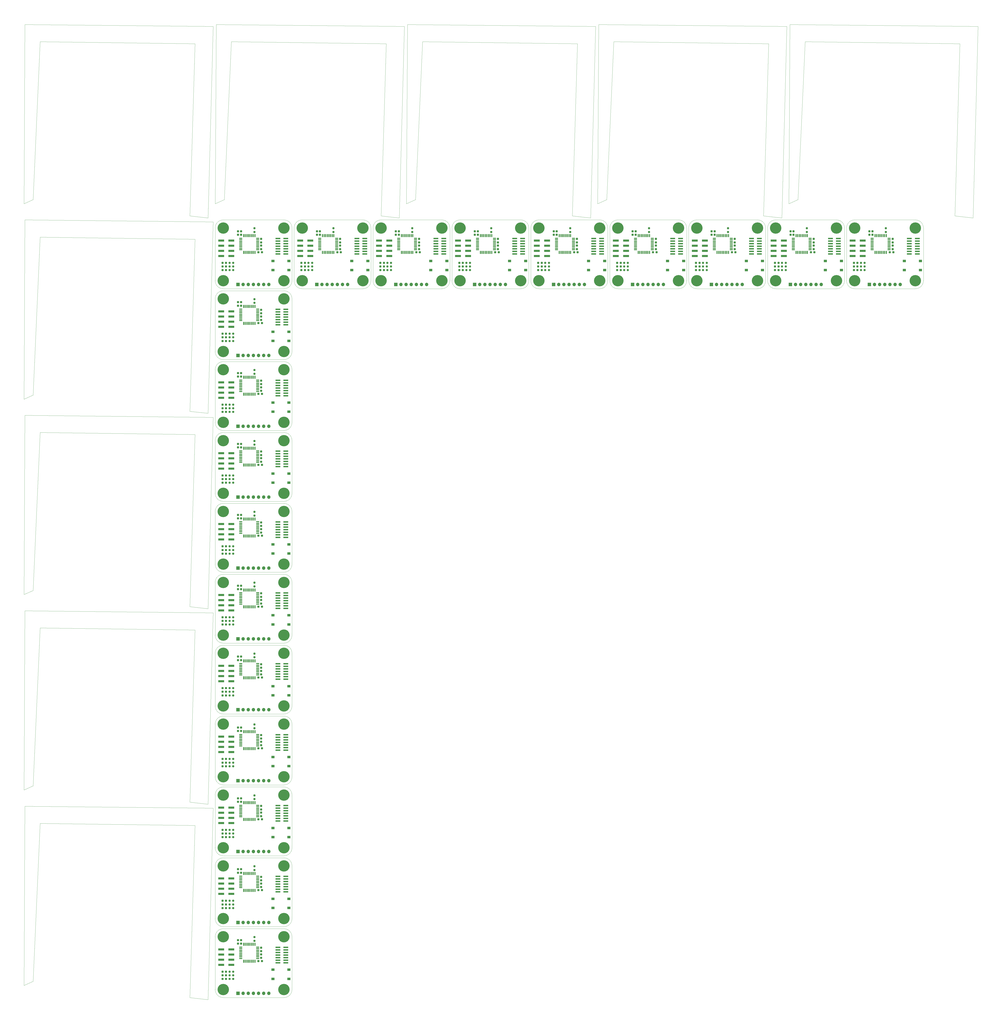
<source format=gbr>
%TF.GenerationSoftware,KiCad,Pcbnew,7.0.6-7.0.6~ubuntu20.04.1*%
%TF.CreationDate,2023-07-11T09:00:34+02:00*%
%TF.ProjectId,output_panel2023-07-11_070008.8206480000,6f757470-7574-45f7-9061-6e656c323032,rev?*%
%TF.SameCoordinates,Original*%
%TF.FileFunction,Soldermask,Top*%
%TF.FilePolarity,Negative*%
%FSLAX45Y45*%
G04 Gerber Fmt 4.5, Leading zero omitted, Abs format (unit mm)*
G04 Created by KiCad (PCBNEW 7.0.6-7.0.6~ubuntu20.04.1) date 2023-07-11 09:00:34*
%MOMM*%
%LPD*%
G01*
G04 APERTURE LIST*
G04 Aperture macros list*
%AMRoundRect*
0 Rectangle with rounded corners*
0 $1 Rounding radius*
0 $2 $3 $4 $5 $6 $7 $8 $9 X,Y pos of 4 corners*
0 Add a 4 corners polygon primitive as box body*
4,1,4,$2,$3,$4,$5,$6,$7,$8,$9,$2,$3,0*
0 Add four circle primitives for the rounded corners*
1,1,$1+$1,$2,$3*
1,1,$1+$1,$4,$5*
1,1,$1+$1,$6,$7*
1,1,$1+$1,$8,$9*
0 Add four rect primitives between the rounded corners*
20,1,$1+$1,$2,$3,$4,$5,0*
20,1,$1+$1,$4,$5,$6,$7,0*
20,1,$1+$1,$6,$7,$8,$9,0*
20,1,$1+$1,$8,$9,$2,$3,0*%
G04 Aperture macros list end*
%TA.AperFunction,Profile*%
%ADD10C,0.100000*%
%TD*%
%TA.AperFunction,Profile*%
%ADD11C,0.050000*%
%TD*%
%ADD12RoundRect,0.237500X0.287500X0.237500X-0.287500X0.237500X-0.287500X-0.237500X0.287500X-0.237500X0*%
%ADD13R,2.400000X0.740000*%
%ADD14RoundRect,0.237500X-0.250000X-0.237500X0.250000X-0.237500X0.250000X0.237500X-0.250000X0.237500X0*%
%ADD15C,5.600000*%
%ADD16R,1.700000X1.700000*%
%ADD17O,1.700000X1.700000*%
%ADD18RoundRect,0.125000X0.625000X0.125000X-0.625000X0.125000X-0.625000X-0.125000X0.625000X-0.125000X0*%
%ADD19RoundRect,0.125000X0.125000X0.625000X-0.125000X0.625000X-0.125000X-0.625000X0.125000X-0.625000X0*%
%ADD20RoundRect,0.237500X-0.300000X-0.237500X0.300000X-0.237500X0.300000X0.237500X-0.300000X0.237500X0*%
%ADD21RoundRect,0.237500X0.237500X-0.300000X0.237500X0.300000X-0.237500X0.300000X-0.237500X-0.300000X0*%
%ADD22R,1.550000X1.300000*%
%ADD23RoundRect,0.237500X0.237500X-0.250000X0.237500X0.250000X-0.237500X0.250000X-0.237500X-0.250000X0*%
%ADD24R,3.000000X1.000000*%
G04 APERTURE END LIST*
D10*
X36799979Y-12699691D02*
G75*
G03*
X37199982Y-13099691I400001J1D01*
G01*
X32799979Y-10099691D02*
G75*
G03*
X32399982Y-9699691I-399999J1D01*
G01*
D11*
X9149999Y-9599997D02*
X8249999Y-9499997D01*
D10*
X25099979Y-12699691D02*
G75*
G03*
X25499982Y-13099691I400001J1D01*
G01*
X41099982Y-9699692D02*
G75*
G03*
X40699982Y-10099691I-2J-399998D01*
G01*
X9899982Y-44699692D02*
G75*
G03*
X9499982Y-45099691I-2J-399998D01*
G01*
X41099982Y-9699691D02*
X44099982Y-9699691D01*
X13299979Y-10099691D02*
G75*
G03*
X12899982Y-9699691I-399999J1D01*
G01*
D11*
X17699981Y-9499997D02*
X17949981Y-999997D01*
X849999Y-20199380D02*
X499999Y-27999380D01*
D10*
X9899982Y-34199692D02*
G75*
G03*
X9499982Y-34599691I-2J-399998D01*
G01*
D11*
X49999Y-8899997D02*
X99999Y-49997D01*
D10*
X32799982Y-10099691D02*
X32799982Y-12699691D01*
X33299982Y-9699692D02*
G75*
G03*
X32899982Y-10099691I-2J-399998D01*
G01*
D11*
X8499999Y-39598762D02*
X849999Y-39498762D01*
D10*
X21199979Y-12699691D02*
G75*
G03*
X21599982Y-13099691I400001J1D01*
G01*
X9899982Y-13199692D02*
G75*
G03*
X9499982Y-13599691I-2J-399998D01*
G01*
X21599982Y-9699691D02*
X24599982Y-9699691D01*
X37199982Y-9699692D02*
G75*
G03*
X36799982Y-10099691I-2J-399998D01*
G01*
D11*
X19749963Y-899997D02*
X19399963Y-8699997D01*
D10*
X13299982Y-31099691D02*
X13299982Y-33699691D01*
X9899982Y-16699692D02*
G75*
G03*
X9499982Y-17099691I-2J-399998D01*
G01*
X9499982Y-26699691D02*
X9499982Y-24099691D01*
X13299982Y-34599691D02*
X13299982Y-37199691D01*
D11*
X8499999Y-10649688D02*
X849999Y-10549688D01*
X37849926Y-8899997D02*
X37899926Y-49997D01*
X49999Y-47498762D02*
X99999Y-38648762D01*
X27149963Y-9499997D02*
X27399963Y-999997D01*
X18949963Y-8899997D02*
X18999963Y-49997D01*
D10*
X9899982Y-9699692D02*
G75*
G03*
X9499982Y-10099691I-2J-399998D01*
G01*
X28899979Y-10099691D02*
G75*
G03*
X28499982Y-9699691I-399999J1D01*
G01*
X9499979Y-23199691D02*
G75*
G03*
X9899982Y-23599691I400001J1D01*
G01*
D11*
X18849981Y-149997D02*
X18599981Y-9599997D01*
D10*
X17199982Y-10099691D02*
X17199982Y-12699691D01*
D11*
X8249999Y-19149688D02*
X8499999Y-10649688D01*
X9949981Y-8699997D02*
X9499981Y-8899997D01*
X9149999Y-48198762D02*
X8249999Y-48098762D01*
D10*
X17299982Y-12699691D02*
X17299982Y-10099691D01*
X13299982Y-24099691D02*
X13299982Y-26699691D01*
D11*
X47199926Y-149997D02*
X46949926Y-9599997D01*
X9399999Y-149997D02*
X9149999Y-9599997D01*
D10*
X20699982Y-13099691D02*
X17699982Y-13099691D01*
X28499982Y-13099692D02*
G75*
G03*
X28899982Y-12699691I-2J400002D01*
G01*
X12899982Y-16599692D02*
G75*
G03*
X13299982Y-16199691I-2J400002D01*
G01*
X13399979Y-12699691D02*
G75*
G03*
X13799982Y-13099691I400001J1D01*
G01*
X9899982Y-34199691D02*
X12899982Y-34199691D01*
D11*
X8499999Y-20299380D02*
X849999Y-20199380D01*
D10*
X32399982Y-13099691D02*
X29399982Y-13099691D01*
X21599982Y-9699692D02*
G75*
G03*
X21199982Y-10099691I-2J-399998D01*
G01*
D11*
X849999Y-29849071D02*
X499999Y-37649071D01*
D10*
X40699979Y-12699691D02*
G75*
G03*
X41099982Y-13099691I400001J1D01*
G01*
X13299979Y-31099691D02*
G75*
G03*
X12899982Y-30699691I-399999J1D01*
G01*
D11*
X499999Y-8699997D02*
X49999Y-8899997D01*
X49999Y-28199380D02*
X99999Y-19349380D01*
D10*
X25499982Y-9699692D02*
G75*
G03*
X25099982Y-10099691I-2J-399998D01*
G01*
X9499979Y-26699691D02*
G75*
G03*
X9899982Y-27099691I400001J1D01*
G01*
D11*
X499999Y-47298762D02*
X49999Y-47498762D01*
X28849944Y-8699997D02*
X28399944Y-8899997D01*
D10*
X12899982Y-13099692D02*
G75*
G03*
X13299982Y-12699691I-2J400002D01*
G01*
X33299982Y-9699691D02*
X36299982Y-9699691D01*
X16799982Y-13099691D02*
X13799982Y-13099691D01*
X12899982Y-30599692D02*
G75*
G03*
X13299982Y-30199691I-2J400002D01*
G01*
X16799982Y-13099692D02*
G75*
G03*
X17199982Y-12699691I-2J400002D01*
G01*
X12899982Y-27099691D02*
X9899982Y-27099691D01*
X24999979Y-10099691D02*
G75*
G03*
X24599982Y-9699691I-399999J1D01*
G01*
D11*
X499999Y-27999380D02*
X49999Y-28199380D01*
D10*
X12899982Y-23599692D02*
G75*
G03*
X13299982Y-23199691I-2J400002D01*
G01*
D11*
X99999Y-9699688D02*
X9399999Y-9799688D01*
X8499999Y-999997D02*
X849999Y-899997D01*
D10*
X9899982Y-30699692D02*
G75*
G03*
X9499982Y-31099691I-2J-399998D01*
G01*
X9499979Y-30199691D02*
G75*
G03*
X9899982Y-30599691I400001J1D01*
G01*
X9499982Y-47699691D02*
X9499982Y-45099691D01*
D11*
X28049963Y-9599997D02*
X27149963Y-9499997D01*
X9499981Y-8899997D02*
X9549981Y-49997D01*
D10*
X13299979Y-27599691D02*
G75*
G03*
X12899982Y-27199691I-399999J1D01*
G01*
X36699982Y-10099691D02*
X36699982Y-12699691D01*
X9899982Y-23699691D02*
X12899982Y-23699691D01*
X9899982Y-16699691D02*
X12899982Y-16699691D01*
D11*
X849999Y-39498762D02*
X499999Y-47298762D01*
D10*
X13299982Y-41599691D02*
X13299982Y-44199691D01*
X9499979Y-40699691D02*
G75*
G03*
X9899982Y-41099691I400001J1D01*
G01*
X28999982Y-12699691D02*
X28999982Y-10099691D01*
D11*
X29199944Y-899997D02*
X28849944Y-8699997D01*
X8249999Y-28799380D02*
X8499999Y-20299380D01*
D10*
X13299982Y-27599691D02*
X13299982Y-30199691D01*
X44099982Y-13099692D02*
G75*
G03*
X44499982Y-12699691I-2J400002D01*
G01*
D11*
X9399999Y-19449380D02*
X9149999Y-28899380D01*
X9399999Y-9799688D02*
X9149999Y-19249688D01*
D10*
X17199979Y-10099691D02*
G75*
G03*
X16799982Y-9699691I-399999J1D01*
G01*
X9499982Y-16199691D02*
X9499982Y-13599691D01*
X24999982Y-10099691D02*
X24999982Y-12699691D01*
X9499979Y-19699691D02*
G75*
G03*
X9899982Y-20099691I400001J1D01*
G01*
X9499979Y-33699691D02*
G75*
G03*
X9899982Y-34099691I400001J1D01*
G01*
X12899982Y-41099692D02*
G75*
G03*
X13299982Y-40699691I-2J400002D01*
G01*
X37199982Y-9699691D02*
X40199982Y-9699691D01*
D11*
X19399963Y-8699997D02*
X18949963Y-8899997D01*
D10*
X13299979Y-45099691D02*
G75*
G03*
X12899982Y-44699691I-399999J1D01*
G01*
X13299982Y-20599691D02*
X13299982Y-23199691D01*
D11*
X8249999Y-9499997D02*
X8499999Y-999997D01*
D10*
X9499982Y-40699691D02*
X9499982Y-38099691D01*
X9499982Y-44199691D02*
X9499982Y-41599691D01*
X13299979Y-17099691D02*
G75*
G03*
X12899982Y-16699691I-399999J1D01*
G01*
D11*
X99999Y-38648762D02*
X9399999Y-38748762D01*
D10*
X13299982Y-17099691D02*
X13299982Y-19699691D01*
X40199982Y-13099692D02*
G75*
G03*
X40599982Y-12699691I-2J400002D01*
G01*
X13299979Y-38099691D02*
G75*
G03*
X12899982Y-37699691I-399999J1D01*
G01*
X13299979Y-41599691D02*
G75*
G03*
X12899982Y-41199691I-399999J1D01*
G01*
X44099982Y-13099691D02*
X41099982Y-13099691D01*
X40699982Y-12699691D02*
X40699982Y-10099691D01*
X24599982Y-13099692D02*
G75*
G03*
X24999982Y-12699691I-2J400002D01*
G01*
D11*
X28299963Y-149997D02*
X28049963Y-9599997D01*
X49999Y-18549688D02*
X99999Y-9699688D01*
X9399999Y-29099071D02*
X9149999Y-38549071D01*
D10*
X36699979Y-10099691D02*
G75*
G03*
X36299982Y-9699691I-399999J1D01*
G01*
D11*
X849999Y-899997D02*
X499999Y-8699997D01*
D10*
X13299982Y-45099691D02*
X13299982Y-47699691D01*
X12899982Y-48099692D02*
G75*
G03*
X13299982Y-47699691I-2J400002D01*
G01*
X9499979Y-44199691D02*
G75*
G03*
X9899982Y-44599691I400001J1D01*
G01*
X28899982Y-10099691D02*
X28899982Y-12699691D01*
X13299982Y-38099691D02*
X13299982Y-40699691D01*
D11*
X28399944Y-8899997D02*
X28449944Y-49997D01*
D10*
X9899982Y-44699691D02*
X12899982Y-44699691D01*
D11*
X36849944Y-999997D02*
X29199944Y-899997D01*
D10*
X44499979Y-10099691D02*
G75*
G03*
X44099982Y-9699691I-399999J1D01*
G01*
X21099982Y-10099691D02*
X21099982Y-12699691D01*
D11*
X18599981Y-9599997D02*
X17699981Y-9499997D01*
D10*
X9499982Y-37199691D02*
X9499982Y-34599691D01*
X25499982Y-9699691D02*
X28499982Y-9699691D01*
X9899982Y-20199691D02*
X12899982Y-20199691D01*
X9499979Y-37199691D02*
G75*
G03*
X9899982Y-37599691I400001J1D01*
G01*
D11*
X46049926Y-9499997D02*
X46299926Y-999997D01*
X37499944Y-9599997D02*
X36599944Y-9499997D01*
D10*
X9899982Y-37699691D02*
X12899982Y-37699691D01*
X13299979Y-34599691D02*
G75*
G03*
X12899982Y-34199691I-399999J1D01*
G01*
X29399982Y-9699692D02*
G75*
G03*
X28999982Y-10099691I-2J-399998D01*
G01*
X28499982Y-13099691D02*
X25499982Y-13099691D01*
X20699982Y-13099692D02*
G75*
G03*
X21099982Y-12699691I-2J400002D01*
G01*
X12899982Y-37599691D02*
X9899982Y-37599691D01*
X12899982Y-16599691D02*
X9899982Y-16599691D01*
X13399982Y-12699691D02*
X13399982Y-10099691D01*
D11*
X18999963Y-49997D02*
X28299963Y-149997D01*
X8499999Y-29949071D02*
X849999Y-29849071D01*
D10*
X9499979Y-47699691D02*
G75*
G03*
X9899982Y-48099691I400001J1D01*
G01*
X9499979Y-16199691D02*
G75*
G03*
X9899982Y-16599691I400001J1D01*
G01*
D11*
X499999Y-37649071D02*
X49999Y-37849071D01*
D10*
X32899982Y-12699691D02*
X32899982Y-10099691D01*
D11*
X28449944Y-49997D02*
X37749944Y-149997D01*
X8249999Y-38449071D02*
X8499999Y-29949071D01*
D10*
X9499979Y-12699691D02*
G75*
G03*
X9899982Y-13099691I400001J1D01*
G01*
D11*
X9149999Y-19249688D02*
X8249999Y-19149688D01*
D10*
X9899982Y-41199692D02*
G75*
G03*
X9499982Y-41599691I-2J-399998D01*
G01*
X13299982Y-10099691D02*
X13299982Y-12699691D01*
X24599982Y-13099691D02*
X21599982Y-13099691D01*
D11*
X9399999Y-38748762D02*
X9149999Y-48198762D01*
X37749944Y-149997D02*
X37499944Y-9599997D01*
D10*
X9499982Y-23199691D02*
X9499982Y-20599691D01*
D11*
X46299926Y-999997D02*
X38649926Y-899997D01*
X38299926Y-8699997D02*
X37849926Y-8899997D01*
D10*
X9499982Y-19699691D02*
X9499982Y-17099691D01*
X12899982Y-41099691D02*
X9899982Y-41099691D01*
X9499982Y-30199691D02*
X9499982Y-27599691D01*
D11*
X99999Y-19349380D02*
X9399999Y-19449380D01*
D10*
X13299979Y-24099691D02*
G75*
G03*
X12899982Y-23699691I-399999J1D01*
G01*
D11*
X499999Y-18349688D02*
X49999Y-18549688D01*
X849999Y-10549688D02*
X499999Y-18349688D01*
D10*
X9899982Y-20199692D02*
G75*
G03*
X9499982Y-20599691I-2J-399998D01*
G01*
X36299982Y-13099691D02*
X33299982Y-13099691D01*
X40599982Y-10099691D02*
X40599982Y-12699691D01*
D11*
X10299981Y-899997D02*
X9949981Y-8699997D01*
D10*
X28999979Y-12699691D02*
G75*
G03*
X29399982Y-13099691I400001J1D01*
G01*
X9899982Y-9699691D02*
X12899982Y-9699691D01*
X17699982Y-9699691D02*
X20699982Y-9699691D01*
X17699982Y-9699692D02*
G75*
G03*
X17299982Y-10099691I-2J-399998D01*
G01*
X13799982Y-9699691D02*
X16799982Y-9699691D01*
X12899982Y-44599691D02*
X9899982Y-44599691D01*
D11*
X9149999Y-38549071D02*
X8249999Y-38449071D01*
D10*
X12899982Y-27099692D02*
G75*
G03*
X13299982Y-26699691I-2J400002D01*
G01*
X13299979Y-13599691D02*
G75*
G03*
X12899982Y-13199691I-399999J1D01*
G01*
D11*
X49999Y-37849071D02*
X99999Y-28999071D01*
X27399963Y-999997D02*
X19749963Y-899997D01*
D10*
X9899982Y-41199691D02*
X12899982Y-41199691D01*
X12899982Y-34099692D02*
G75*
G03*
X13299982Y-33699691I-2J400002D01*
G01*
D11*
X99999Y-49997D02*
X9399999Y-149997D01*
D10*
X9899982Y-27199692D02*
G75*
G03*
X9499982Y-27599691I-2J-399998D01*
G01*
X12899982Y-23599691D02*
X9899982Y-23599691D01*
X40599979Y-10099691D02*
G75*
G03*
X40199982Y-9699691I-399999J1D01*
G01*
D11*
X17949981Y-999997D02*
X10299981Y-899997D01*
D10*
X9899982Y-13199691D02*
X12899982Y-13199691D01*
X9899982Y-30699691D02*
X12899982Y-30699691D01*
X12899982Y-30599691D02*
X9899982Y-30599691D01*
D11*
X99999Y-28999071D02*
X9399999Y-29099071D01*
D10*
X12899982Y-13099691D02*
X9899982Y-13099691D01*
D11*
X9149999Y-28899380D02*
X8249999Y-28799380D01*
X38649926Y-899997D02*
X38299926Y-8699997D01*
D10*
X9899982Y-23699692D02*
G75*
G03*
X9499982Y-24099691I-2J-399998D01*
G01*
X21099979Y-10099691D02*
G75*
G03*
X20699982Y-9699691I-399999J1D01*
G01*
X36799982Y-12699691D02*
X36799982Y-10099691D01*
X13799982Y-9699692D02*
G75*
G03*
X13399982Y-10099691I-2J-399998D01*
G01*
X9899982Y-37699692D02*
G75*
G03*
X9499982Y-38099691I-2J-399998D01*
G01*
X12899982Y-44599692D02*
G75*
G03*
X13299982Y-44199691I-2J400002D01*
G01*
X29399982Y-9699691D02*
X32399982Y-9699691D01*
X17299979Y-12699691D02*
G75*
G03*
X17699982Y-13099691I400001J1D01*
G01*
D11*
X46949926Y-9599997D02*
X46049926Y-9499997D01*
D10*
X12899982Y-20099691D02*
X9899982Y-20099691D01*
X9899982Y-27199691D02*
X12899982Y-27199691D01*
X12899982Y-20099692D02*
G75*
G03*
X13299982Y-19699691I-2J400002D01*
G01*
X9499982Y-12699691D02*
X9499982Y-10099691D01*
X12899982Y-34099691D02*
X9899982Y-34099691D01*
X25099982Y-12699691D02*
X25099982Y-10099691D01*
X21199982Y-12699691D02*
X21199982Y-10099691D01*
X13299979Y-20599691D02*
G75*
G03*
X12899982Y-20199691I-399999J1D01*
G01*
D11*
X36599944Y-9499997D02*
X36849944Y-999997D01*
X9549981Y-49997D02*
X18849981Y-149997D01*
D10*
X12899982Y-48099691D02*
X9899982Y-48099691D01*
X9499982Y-33699691D02*
X9499982Y-31099691D01*
D11*
X8249999Y-48098762D02*
X8499999Y-39598762D01*
D10*
X44499982Y-10099691D02*
X44499982Y-12699691D01*
X36299982Y-13099692D02*
G75*
G03*
X36699982Y-12699691I-2J400002D01*
G01*
X32399982Y-13099692D02*
G75*
G03*
X32799982Y-12699691I-2J400002D01*
G01*
X12899982Y-37599692D02*
G75*
G03*
X13299982Y-37199691I-2J400002D01*
G01*
X32899979Y-12699691D02*
G75*
G03*
X33299982Y-13099691I400001J1D01*
G01*
D11*
X37899926Y-49997D02*
X47199926Y-149997D01*
D10*
X13299982Y-13599691D02*
X13299982Y-16199691D01*
X40199982Y-13099691D02*
X37199982Y-13099691D01*
D12*
X17839357Y-11819691D03*
X17664357Y-11819691D03*
D13*
X12994982Y-18380691D03*
X12604982Y-18380691D03*
X12994982Y-18253691D03*
X12604982Y-18253691D03*
X12994982Y-18126691D03*
X12604982Y-18126691D03*
X12994982Y-17999691D03*
X12604982Y-17999691D03*
X12994982Y-17872691D03*
X12604982Y-17872691D03*
X12994982Y-17745691D03*
X12604982Y-17745691D03*
X12994982Y-17618691D03*
X12604982Y-17618691D03*
D14*
X10210607Y-29679691D03*
X10393107Y-29679691D03*
D15*
X9899982Y-24099691D03*
D16*
X34024982Y-12889691D03*
D17*
X34278982Y-12889691D03*
X34532982Y-12889691D03*
X34786982Y-12889691D03*
X35040982Y-12889691D03*
X35294982Y-12889691D03*
X35548982Y-12889691D03*
D18*
X11602482Y-25169691D03*
X11602482Y-25089691D03*
X11602482Y-25009691D03*
X11602482Y-24929691D03*
X11602482Y-24849691D03*
X11602482Y-24769691D03*
X11602482Y-24689691D03*
X11602482Y-24609691D03*
D19*
X11464982Y-24472191D03*
X11384982Y-24472191D03*
X11304982Y-24472191D03*
X11224982Y-24472191D03*
X11144982Y-24472191D03*
X11064982Y-24472191D03*
X10984982Y-24472191D03*
X10904982Y-24472191D03*
D18*
X10767482Y-24609691D03*
X10767482Y-24689691D03*
X10767482Y-24769691D03*
X10767482Y-24849691D03*
X10767482Y-24929691D03*
X10767482Y-25009691D03*
X10767482Y-25089691D03*
X10767482Y-25169691D03*
D19*
X10904982Y-25307191D03*
X10984982Y-25307191D03*
X11064982Y-25307191D03*
X11144982Y-25307191D03*
X11224982Y-25307191D03*
X11304982Y-25307191D03*
X11384982Y-25307191D03*
X11464982Y-25307191D03*
D12*
X10039357Y-46999691D03*
X9864357Y-46999691D03*
D20*
X31138982Y-11293691D03*
X31311482Y-11293691D03*
D21*
X26379982Y-10435941D03*
X26379982Y-10263441D03*
D12*
X21739357Y-11999691D03*
X21564357Y-11999691D03*
D14*
X10210607Y-18819691D03*
X10393107Y-18819691D03*
D21*
X10629982Y-24435941D03*
X10629982Y-24263441D03*
D15*
X9899982Y-20599691D03*
D14*
X10210607Y-36679691D03*
X10393107Y-36679691D03*
D21*
X23475982Y-11141191D03*
X23475982Y-10968691D03*
D18*
X15502482Y-11169691D03*
X15502482Y-11089691D03*
X15502482Y-11009691D03*
X15502482Y-10929691D03*
X15502482Y-10849691D03*
X15502482Y-10769691D03*
X15502482Y-10689691D03*
X15502482Y-10609691D03*
D19*
X15364982Y-10472191D03*
X15284982Y-10472191D03*
X15204982Y-10472191D03*
X15124982Y-10472191D03*
X15044982Y-10472191D03*
X14964982Y-10472191D03*
X14884982Y-10472191D03*
X14804982Y-10472191D03*
D18*
X14667482Y-10609691D03*
X14667482Y-10689691D03*
X14667482Y-10769691D03*
X14667482Y-10849691D03*
X14667482Y-10929691D03*
X14667482Y-11009691D03*
X14667482Y-11089691D03*
X14667482Y-11169691D03*
D19*
X14804982Y-11307191D03*
X14884982Y-11307191D03*
X14964982Y-11307191D03*
X15044982Y-11307191D03*
X15124982Y-11307191D03*
X15204982Y-11307191D03*
X15284982Y-11307191D03*
X15364982Y-11307191D03*
D15*
X41099982Y-10099691D03*
D12*
X13939357Y-12179691D03*
X13764357Y-12179691D03*
D22*
X13147482Y-19174691D03*
X12352482Y-19174691D03*
X13147482Y-18724691D03*
X12352482Y-18724691D03*
D15*
X9899982Y-40699691D03*
X36299982Y-10099691D03*
X12899982Y-41599691D03*
D22*
X13147482Y-12174691D03*
X12352482Y-12174691D03*
X13147482Y-11724691D03*
X12352482Y-11724691D03*
D13*
X12994982Y-46380691D03*
X12604982Y-46380691D03*
X12994982Y-46253691D03*
X12604982Y-46253691D03*
X12994982Y-46126691D03*
X12604982Y-46126691D03*
X12994982Y-45999691D03*
X12604982Y-45999691D03*
X12994982Y-45872691D03*
X12604982Y-45872691D03*
X12994982Y-45745691D03*
X12604982Y-45745691D03*
X12994982Y-45618691D03*
X12604982Y-45618691D03*
D12*
X10039357Y-15679691D03*
X9864357Y-15679691D03*
D21*
X10779982Y-10435941D03*
X10779982Y-10263441D03*
D15*
X9899982Y-19699691D03*
D21*
X35175982Y-10810941D03*
X35175982Y-10638441D03*
D15*
X20699982Y-10099691D03*
D23*
X34841982Y-10297941D03*
X34841982Y-10115441D03*
D15*
X12899982Y-26699691D03*
D20*
X11638982Y-14793691D03*
X11811482Y-14793691D03*
D21*
X11775982Y-38810941D03*
X11775982Y-38638441D03*
D14*
X41410607Y-11819691D03*
X41593107Y-11819691D03*
D21*
X11775982Y-31810941D03*
X11775982Y-31638441D03*
D22*
X13147482Y-43674691D03*
X12352482Y-43674691D03*
X13147482Y-43224691D03*
X12352482Y-43224691D03*
D21*
X10629982Y-20935941D03*
X10629982Y-20763441D03*
X23475982Y-10810941D03*
X23475982Y-10638441D03*
D12*
X25639357Y-11999691D03*
X25464357Y-11999691D03*
X33439357Y-11819691D03*
X33264357Y-11819691D03*
X10039357Y-15499691D03*
X9864357Y-15499691D03*
D14*
X10210607Y-15319691D03*
X10393107Y-15319691D03*
D21*
X11775982Y-14641191D03*
X11775982Y-14468691D03*
D15*
X12899982Y-13599691D03*
D21*
X10779982Y-41935941D03*
X10779982Y-41763441D03*
D12*
X10039357Y-36499691D03*
X9864357Y-36499691D03*
D18*
X11602482Y-39169691D03*
X11602482Y-39089691D03*
X11602482Y-39009691D03*
X11602482Y-38929691D03*
X11602482Y-38849691D03*
X11602482Y-38769691D03*
X11602482Y-38689691D03*
X11602482Y-38609691D03*
D19*
X11464982Y-38472191D03*
X11384982Y-38472191D03*
X11304982Y-38472191D03*
X11224982Y-38472191D03*
X11144982Y-38472191D03*
X11064982Y-38472191D03*
X10984982Y-38472191D03*
X10904982Y-38472191D03*
D18*
X10767482Y-38609691D03*
X10767482Y-38689691D03*
X10767482Y-38769691D03*
X10767482Y-38849691D03*
X10767482Y-38929691D03*
X10767482Y-39009691D03*
X10767482Y-39089691D03*
X10767482Y-39169691D03*
D19*
X10904982Y-39307191D03*
X10984982Y-39307191D03*
X11064982Y-39307191D03*
X11144982Y-39307191D03*
X11224982Y-39307191D03*
X11304982Y-39307191D03*
X11384982Y-39307191D03*
X11464982Y-39307191D03*
D14*
X14110607Y-11999691D03*
X14293107Y-11999691D03*
D21*
X11775982Y-35310941D03*
X11775982Y-35138441D03*
D12*
X29539357Y-12179691D03*
X29364357Y-12179691D03*
D14*
X10210607Y-18999691D03*
X10393107Y-18999691D03*
D24*
X9797982Y-18480691D03*
X10301982Y-18480691D03*
X9797982Y-18226691D03*
X10301982Y-18226691D03*
X9797982Y-17972691D03*
X10301982Y-17972691D03*
X9797982Y-17718691D03*
X10301982Y-17718691D03*
D14*
X33610607Y-11999691D03*
X33793107Y-11999691D03*
D15*
X20699982Y-12699691D03*
D12*
X10039357Y-22319691D03*
X9864357Y-22319691D03*
D18*
X11602482Y-32169691D03*
X11602482Y-32089691D03*
X11602482Y-32009691D03*
X11602482Y-31929691D03*
X11602482Y-31849691D03*
X11602482Y-31769691D03*
X11602482Y-31689691D03*
X11602482Y-31609691D03*
D19*
X11464982Y-31472191D03*
X11384982Y-31472191D03*
X11304982Y-31472191D03*
X11224982Y-31472191D03*
X11144982Y-31472191D03*
X11064982Y-31472191D03*
X10984982Y-31472191D03*
X10904982Y-31472191D03*
D18*
X10767482Y-31609691D03*
X10767482Y-31689691D03*
X10767482Y-31769691D03*
X10767482Y-31849691D03*
X10767482Y-31929691D03*
X10767482Y-32009691D03*
X10767482Y-32089691D03*
X10767482Y-32169691D03*
D19*
X10904982Y-32307191D03*
X10984982Y-32307191D03*
X11064982Y-32307191D03*
X11144982Y-32307191D03*
X11224982Y-32307191D03*
X11304982Y-32307191D03*
X11384982Y-32307191D03*
X11464982Y-32307191D03*
D22*
X40447482Y-12174691D03*
X39652482Y-12174691D03*
X40447482Y-11724691D03*
X39652482Y-11724691D03*
D24*
X13697982Y-11480691D03*
X14201982Y-11480691D03*
X13697982Y-11226691D03*
X14201982Y-11226691D03*
X13697982Y-10972691D03*
X14201982Y-10972691D03*
X13697982Y-10718691D03*
X14201982Y-10718691D03*
D20*
X15538982Y-11293691D03*
X15711482Y-11293691D03*
D12*
X10039357Y-29679691D03*
X9864357Y-29679691D03*
D14*
X21910607Y-11819691D03*
X22093107Y-11819691D03*
D15*
X24599982Y-12699691D03*
D21*
X10779982Y-17435941D03*
X10779982Y-17263441D03*
D18*
X11602482Y-21669691D03*
X11602482Y-21589691D03*
X11602482Y-21509691D03*
X11602482Y-21429691D03*
X11602482Y-21349691D03*
X11602482Y-21269691D03*
X11602482Y-21189691D03*
X11602482Y-21109691D03*
D19*
X11464982Y-20972191D03*
X11384982Y-20972191D03*
X11304982Y-20972191D03*
X11224982Y-20972191D03*
X11144982Y-20972191D03*
X11064982Y-20972191D03*
X10984982Y-20972191D03*
X10904982Y-20972191D03*
D18*
X10767482Y-21109691D03*
X10767482Y-21189691D03*
X10767482Y-21269691D03*
X10767482Y-21349691D03*
X10767482Y-21429691D03*
X10767482Y-21509691D03*
X10767482Y-21589691D03*
X10767482Y-21669691D03*
D19*
X10904982Y-21807191D03*
X10984982Y-21807191D03*
X11064982Y-21807191D03*
X11144982Y-21807191D03*
X11224982Y-21807191D03*
X11304982Y-21807191D03*
X11384982Y-21807191D03*
X11464982Y-21807191D03*
D18*
X27202482Y-11169691D03*
X27202482Y-11089691D03*
X27202482Y-11009691D03*
X27202482Y-10929691D03*
X27202482Y-10849691D03*
X27202482Y-10769691D03*
X27202482Y-10689691D03*
X27202482Y-10609691D03*
D19*
X27064982Y-10472191D03*
X26984982Y-10472191D03*
X26904982Y-10472191D03*
X26824982Y-10472191D03*
X26744982Y-10472191D03*
X26664982Y-10472191D03*
X26584982Y-10472191D03*
X26504982Y-10472191D03*
D18*
X26367482Y-10609691D03*
X26367482Y-10689691D03*
X26367482Y-10769691D03*
X26367482Y-10849691D03*
X26367482Y-10929691D03*
X26367482Y-11009691D03*
X26367482Y-11089691D03*
X26367482Y-11169691D03*
D19*
X26504982Y-11307191D03*
X26584982Y-11307191D03*
X26664982Y-11307191D03*
X26744982Y-11307191D03*
X26824982Y-11307191D03*
X26904982Y-11307191D03*
X26984982Y-11307191D03*
X27064982Y-11307191D03*
D12*
X10039357Y-39819691D03*
X9864357Y-39819691D03*
X33439357Y-11999691D03*
X33264357Y-11999691D03*
D18*
X19402482Y-11169691D03*
X19402482Y-11089691D03*
X19402482Y-11009691D03*
X19402482Y-10929691D03*
X19402482Y-10849691D03*
X19402482Y-10769691D03*
X19402482Y-10689691D03*
X19402482Y-10609691D03*
D19*
X19264982Y-10472191D03*
X19184982Y-10472191D03*
X19104982Y-10472191D03*
X19024982Y-10472191D03*
X18944982Y-10472191D03*
X18864982Y-10472191D03*
X18784982Y-10472191D03*
X18704982Y-10472191D03*
D18*
X18567482Y-10609691D03*
X18567482Y-10689691D03*
X18567482Y-10769691D03*
X18567482Y-10849691D03*
X18567482Y-10929691D03*
X18567482Y-11009691D03*
X18567482Y-11089691D03*
X18567482Y-11169691D03*
D19*
X18704982Y-11307191D03*
X18784982Y-11307191D03*
X18864982Y-11307191D03*
X18944982Y-11307191D03*
X19024982Y-11307191D03*
X19104982Y-11307191D03*
X19184982Y-11307191D03*
X19264982Y-11307191D03*
D15*
X17699982Y-10099691D03*
D21*
X11775982Y-11141191D03*
X11775982Y-10968691D03*
D13*
X12994982Y-11380691D03*
X12604982Y-11380691D03*
X12994982Y-11253691D03*
X12604982Y-11253691D03*
X12994982Y-11126691D03*
X12604982Y-11126691D03*
X12994982Y-10999691D03*
X12604982Y-10999691D03*
X12994982Y-10872691D03*
X12604982Y-10872691D03*
X12994982Y-10745691D03*
X12604982Y-10745691D03*
X12994982Y-10618691D03*
X12604982Y-10618691D03*
D15*
X13799982Y-10099691D03*
D21*
X11775982Y-45810941D03*
X11775982Y-45638441D03*
D15*
X12899982Y-19699691D03*
D14*
X10210607Y-26179691D03*
X10393107Y-26179691D03*
D22*
X28747482Y-12174691D03*
X27952482Y-12174691D03*
X28747482Y-11724691D03*
X27952482Y-11724691D03*
D15*
X17699982Y-12699691D03*
D21*
X39075982Y-11141191D03*
X39075982Y-10968691D03*
X14679982Y-10435941D03*
X14679982Y-10263441D03*
D15*
X25499982Y-10099691D03*
D14*
X18010607Y-11819691D03*
X18193107Y-11819691D03*
D16*
X14524982Y-12889691D03*
D17*
X14778982Y-12889691D03*
X15032982Y-12889691D03*
X15286982Y-12889691D03*
X15540982Y-12889691D03*
X15794982Y-12889691D03*
X16048982Y-12889691D03*
D23*
X11441982Y-27797941D03*
X11441982Y-27615441D03*
D15*
X28499982Y-10099691D03*
X40199982Y-10099691D03*
D21*
X30129982Y-10435941D03*
X30129982Y-10263441D03*
D15*
X9899982Y-23199691D03*
D21*
X22329982Y-10435941D03*
X22329982Y-10263441D03*
D14*
X29710607Y-11999691D03*
X29893107Y-11999691D03*
D21*
X31275982Y-10810941D03*
X31275982Y-10638441D03*
D15*
X12899982Y-38099691D03*
D14*
X14110607Y-12179691D03*
X14293107Y-12179691D03*
X21910607Y-12179691D03*
X22093107Y-12179691D03*
X18010607Y-12179691D03*
X18193107Y-12179691D03*
D23*
X11441982Y-31297941D03*
X11441982Y-31115441D03*
D12*
X10039357Y-25819691D03*
X9864357Y-25819691D03*
D14*
X10210607Y-43679691D03*
X10393107Y-43679691D03*
D21*
X31275982Y-11141191D03*
X31275982Y-10968691D03*
D20*
X27238982Y-11293691D03*
X27411482Y-11293691D03*
D12*
X10039357Y-29319691D03*
X9864357Y-29319691D03*
D24*
X9797982Y-35980691D03*
X10301982Y-35980691D03*
X9797982Y-35726691D03*
X10301982Y-35726691D03*
X9797982Y-35472691D03*
X10301982Y-35472691D03*
X9797982Y-35218691D03*
X10301982Y-35218691D03*
D15*
X29399982Y-12699691D03*
D23*
X11441982Y-41797941D03*
X11441982Y-41615441D03*
D14*
X21910607Y-11999691D03*
X22093107Y-11999691D03*
D22*
X13147482Y-29674691D03*
X12352482Y-29674691D03*
X13147482Y-29224691D03*
X12352482Y-29224691D03*
D16*
X10624982Y-16389691D03*
D17*
X10878982Y-16389691D03*
X11132982Y-16389691D03*
X11386982Y-16389691D03*
X11640982Y-16389691D03*
X11894982Y-16389691D03*
X12148982Y-16389691D03*
D12*
X41239357Y-11819691D03*
X41064357Y-11819691D03*
D15*
X16799982Y-12699691D03*
D12*
X10039357Y-25999691D03*
X9864357Y-25999691D03*
X17839357Y-12179691D03*
X17664357Y-12179691D03*
D24*
X29297982Y-11480691D03*
X29801982Y-11480691D03*
X29297982Y-11226691D03*
X29801982Y-11226691D03*
X29297982Y-10972691D03*
X29801982Y-10972691D03*
X29297982Y-10718691D03*
X29801982Y-10718691D03*
D22*
X32647482Y-12174691D03*
X31852482Y-12174691D03*
X32647482Y-11724691D03*
X31852482Y-11724691D03*
D20*
X11638982Y-21793691D03*
X11811482Y-21793691D03*
D21*
X38079982Y-10435941D03*
X38079982Y-10263441D03*
D18*
X38902482Y-11169691D03*
X38902482Y-11089691D03*
X38902482Y-11009691D03*
X38902482Y-10929691D03*
X38902482Y-10849691D03*
X38902482Y-10769691D03*
X38902482Y-10689691D03*
X38902482Y-10609691D03*
D19*
X38764982Y-10472191D03*
X38684982Y-10472191D03*
X38604982Y-10472191D03*
X38524982Y-10472191D03*
X38444982Y-10472191D03*
X38364982Y-10472191D03*
X38284982Y-10472191D03*
X38204982Y-10472191D03*
D18*
X38067482Y-10609691D03*
X38067482Y-10689691D03*
X38067482Y-10769691D03*
X38067482Y-10849691D03*
X38067482Y-10929691D03*
X38067482Y-11009691D03*
X38067482Y-11089691D03*
X38067482Y-11169691D03*
D19*
X38204982Y-11307191D03*
X38284982Y-11307191D03*
X38364982Y-11307191D03*
X38444982Y-11307191D03*
X38524982Y-11307191D03*
X38604982Y-11307191D03*
X38684982Y-11307191D03*
X38764982Y-11307191D03*
D16*
X30124982Y-12889691D03*
D17*
X30378982Y-12889691D03*
X30632982Y-12889691D03*
X30886982Y-12889691D03*
X31140982Y-12889691D03*
X31394982Y-12889691D03*
X31648982Y-12889691D03*
D22*
X36547482Y-12174691D03*
X35752482Y-12174691D03*
X36547482Y-11724691D03*
X35752482Y-11724691D03*
D24*
X37097982Y-11480691D03*
X37601982Y-11480691D03*
X37097982Y-11226691D03*
X37601982Y-11226691D03*
X37097982Y-10972691D03*
X37601982Y-10972691D03*
X37097982Y-10718691D03*
X37601982Y-10718691D03*
D15*
X12899982Y-45099691D03*
D13*
X12994982Y-14880691D03*
X12604982Y-14880691D03*
X12994982Y-14753691D03*
X12604982Y-14753691D03*
X12994982Y-14626691D03*
X12604982Y-14626691D03*
X12994982Y-14499691D03*
X12604982Y-14499691D03*
X12994982Y-14372691D03*
X12604982Y-14372691D03*
X12994982Y-14245691D03*
X12604982Y-14245691D03*
X12994982Y-14118691D03*
X12604982Y-14118691D03*
D15*
X12899982Y-40699691D03*
D12*
X10039357Y-18819691D03*
X9864357Y-18819691D03*
D22*
X44347482Y-12174691D03*
X43552482Y-12174691D03*
X44347482Y-11724691D03*
X43552482Y-11724691D03*
D21*
X10779982Y-13935941D03*
X10779982Y-13763441D03*
X30279982Y-10435941D03*
X30279982Y-10263441D03*
D16*
X22324982Y-12889691D03*
D17*
X22578982Y-12889691D03*
X22832982Y-12889691D03*
X23086982Y-12889691D03*
X23340982Y-12889691D03*
X23594982Y-12889691D03*
X23848982Y-12889691D03*
D15*
X12899982Y-17099691D03*
D14*
X10210607Y-12179691D03*
X10393107Y-12179691D03*
D13*
X28594982Y-11380691D03*
X28204982Y-11380691D03*
X28594982Y-11253691D03*
X28204982Y-11253691D03*
X28594982Y-11126691D03*
X28204982Y-11126691D03*
X28594982Y-10999691D03*
X28204982Y-10999691D03*
X28594982Y-10872691D03*
X28204982Y-10872691D03*
X28594982Y-10745691D03*
X28204982Y-10745691D03*
X28594982Y-10618691D03*
X28204982Y-10618691D03*
D14*
X10210607Y-22319691D03*
X10393107Y-22319691D03*
D12*
X33439357Y-12179691D03*
X33264357Y-12179691D03*
D21*
X11775982Y-24810941D03*
X11775982Y-24638441D03*
D15*
X9899982Y-26699691D03*
D16*
X37924982Y-12889691D03*
D17*
X38178982Y-12889691D03*
X38432982Y-12889691D03*
X38686982Y-12889691D03*
X38940982Y-12889691D03*
X39194982Y-12889691D03*
X39448982Y-12889691D03*
D21*
X41979982Y-10435941D03*
X41979982Y-10263441D03*
D22*
X20947482Y-12174691D03*
X20152482Y-12174691D03*
X20947482Y-11724691D03*
X20152482Y-11724691D03*
D21*
X10779982Y-34935941D03*
X10779982Y-34763441D03*
D23*
X30941982Y-10297941D03*
X30941982Y-10115441D03*
D14*
X25810607Y-11819691D03*
X25993107Y-11819691D03*
D16*
X10624982Y-37389691D03*
D17*
X10878982Y-37389691D03*
X11132982Y-37389691D03*
X11386982Y-37389691D03*
X11640982Y-37389691D03*
X11894982Y-37389691D03*
X12148982Y-37389691D03*
D14*
X10210607Y-22499691D03*
X10393107Y-22499691D03*
D21*
X10629982Y-31435941D03*
X10629982Y-31263441D03*
D22*
X13147482Y-26174691D03*
X12352482Y-26174691D03*
X13147482Y-25724691D03*
X12352482Y-25724691D03*
D14*
X10210607Y-15499691D03*
X10393107Y-15499691D03*
D12*
X10039357Y-36679691D03*
X9864357Y-36679691D03*
D21*
X11775982Y-14310941D03*
X11775982Y-14138441D03*
D24*
X9797982Y-32480691D03*
X10301982Y-32480691D03*
X9797982Y-32226691D03*
X10301982Y-32226691D03*
X9797982Y-31972691D03*
X10301982Y-31972691D03*
X9797982Y-31718691D03*
X10301982Y-31718691D03*
D16*
X26224982Y-12889691D03*
D17*
X26478982Y-12889691D03*
X26732982Y-12889691D03*
X26986982Y-12889691D03*
X27240982Y-12889691D03*
X27494982Y-12889691D03*
X27748982Y-12889691D03*
D12*
X10039357Y-26179691D03*
X9864357Y-26179691D03*
D15*
X9899982Y-45099691D03*
D16*
X10624982Y-19889691D03*
D17*
X10878982Y-19889691D03*
X11132982Y-19889691D03*
X11386982Y-19889691D03*
X11640982Y-19889691D03*
X11894982Y-19889691D03*
X12148982Y-19889691D03*
D22*
X13147482Y-15674691D03*
X12352482Y-15674691D03*
X13147482Y-15224691D03*
X12352482Y-15224691D03*
D12*
X10039357Y-40179691D03*
X9864357Y-40179691D03*
D15*
X9899982Y-31099691D03*
D21*
X10779982Y-24435941D03*
X10779982Y-24263441D03*
D15*
X9899982Y-44199691D03*
D13*
X16894982Y-11380691D03*
X16504982Y-11380691D03*
X16894982Y-11253691D03*
X16504982Y-11253691D03*
X16894982Y-11126691D03*
X16504982Y-11126691D03*
X16894982Y-10999691D03*
X16504982Y-10999691D03*
X16894982Y-10872691D03*
X16504982Y-10872691D03*
X16894982Y-10745691D03*
X16504982Y-10745691D03*
X16894982Y-10618691D03*
X16504982Y-10618691D03*
D23*
X42641982Y-10297941D03*
X42641982Y-10115441D03*
D18*
X31102482Y-11169691D03*
X31102482Y-11089691D03*
X31102482Y-11009691D03*
X31102482Y-10929691D03*
X31102482Y-10849691D03*
X31102482Y-10769691D03*
X31102482Y-10689691D03*
X31102482Y-10609691D03*
D19*
X30964982Y-10472191D03*
X30884982Y-10472191D03*
X30804982Y-10472191D03*
X30724982Y-10472191D03*
X30644982Y-10472191D03*
X30564982Y-10472191D03*
X30484982Y-10472191D03*
X30404982Y-10472191D03*
D18*
X30267482Y-10609691D03*
X30267482Y-10689691D03*
X30267482Y-10769691D03*
X30267482Y-10849691D03*
X30267482Y-10929691D03*
X30267482Y-11009691D03*
X30267482Y-11089691D03*
X30267482Y-11169691D03*
D19*
X30404982Y-11307191D03*
X30484982Y-11307191D03*
X30564982Y-11307191D03*
X30644982Y-11307191D03*
X30724982Y-11307191D03*
X30804982Y-11307191D03*
X30884982Y-11307191D03*
X30964982Y-11307191D03*
D18*
X11602482Y-28669691D03*
X11602482Y-28589691D03*
X11602482Y-28509691D03*
X11602482Y-28429691D03*
X11602482Y-28349691D03*
X11602482Y-28269691D03*
X11602482Y-28189691D03*
X11602482Y-28109691D03*
D19*
X11464982Y-27972191D03*
X11384982Y-27972191D03*
X11304982Y-27972191D03*
X11224982Y-27972191D03*
X11144982Y-27972191D03*
X11064982Y-27972191D03*
X10984982Y-27972191D03*
X10904982Y-27972191D03*
D18*
X10767482Y-28109691D03*
X10767482Y-28189691D03*
X10767482Y-28269691D03*
X10767482Y-28349691D03*
X10767482Y-28429691D03*
X10767482Y-28509691D03*
X10767482Y-28589691D03*
X10767482Y-28669691D03*
D19*
X10904982Y-28807191D03*
X10984982Y-28807191D03*
X11064982Y-28807191D03*
X11144982Y-28807191D03*
X11224982Y-28807191D03*
X11304982Y-28807191D03*
X11384982Y-28807191D03*
X11464982Y-28807191D03*
D22*
X13147482Y-22674691D03*
X12352482Y-22674691D03*
X13147482Y-22224691D03*
X12352482Y-22224691D03*
D12*
X25639357Y-11819691D03*
X25464357Y-11819691D03*
D21*
X35175982Y-11141191D03*
X35175982Y-10968691D03*
X10629982Y-13935941D03*
X10629982Y-13763441D03*
D14*
X10210607Y-39999691D03*
X10393107Y-39999691D03*
X37510607Y-12179691D03*
X37693107Y-12179691D03*
D20*
X42838982Y-11293691D03*
X43011482Y-11293691D03*
D21*
X11775982Y-10810941D03*
X11775982Y-10638441D03*
D15*
X9899982Y-33699691D03*
D14*
X10210607Y-15679691D03*
X10393107Y-15679691D03*
D21*
X22479982Y-10435941D03*
X22479982Y-10263441D03*
D12*
X29539357Y-11819691D03*
X29364357Y-11819691D03*
D15*
X12899982Y-16199691D03*
D16*
X10624982Y-40889691D03*
D17*
X10878982Y-40889691D03*
X11132982Y-40889691D03*
X11386982Y-40889691D03*
X11640982Y-40889691D03*
X11894982Y-40889691D03*
X12148982Y-40889691D03*
D14*
X10210607Y-19179691D03*
X10393107Y-19179691D03*
D15*
X12899982Y-24099691D03*
X9899982Y-17099691D03*
D12*
X10039357Y-36319691D03*
X9864357Y-36319691D03*
D15*
X9899982Y-12699691D03*
D12*
X17839357Y-11999691D03*
X17664357Y-11999691D03*
D15*
X29399982Y-10099691D03*
D12*
X10039357Y-29499691D03*
X9864357Y-29499691D03*
D23*
X23141982Y-10297941D03*
X23141982Y-10115441D03*
D13*
X12994982Y-28880691D03*
X12604982Y-28880691D03*
X12994982Y-28753691D03*
X12604982Y-28753691D03*
X12994982Y-28626691D03*
X12604982Y-28626691D03*
X12994982Y-28499691D03*
X12604982Y-28499691D03*
X12994982Y-28372691D03*
X12604982Y-28372691D03*
X12994982Y-28245691D03*
X12604982Y-28245691D03*
X12994982Y-28118691D03*
X12604982Y-28118691D03*
D18*
X11602482Y-18169691D03*
X11602482Y-18089691D03*
X11602482Y-18009691D03*
X11602482Y-17929691D03*
X11602482Y-17849691D03*
X11602482Y-17769691D03*
X11602482Y-17689691D03*
X11602482Y-17609691D03*
D19*
X11464982Y-17472191D03*
X11384982Y-17472191D03*
X11304982Y-17472191D03*
X11224982Y-17472191D03*
X11144982Y-17472191D03*
X11064982Y-17472191D03*
X10984982Y-17472191D03*
X10904982Y-17472191D03*
D18*
X10767482Y-17609691D03*
X10767482Y-17689691D03*
X10767482Y-17769691D03*
X10767482Y-17849691D03*
X10767482Y-17929691D03*
X10767482Y-18009691D03*
X10767482Y-18089691D03*
X10767482Y-18169691D03*
D19*
X10904982Y-18307191D03*
X10984982Y-18307191D03*
X11064982Y-18307191D03*
X11144982Y-18307191D03*
X11224982Y-18307191D03*
X11304982Y-18307191D03*
X11384982Y-18307191D03*
X11464982Y-18307191D03*
D21*
X19575982Y-10810941D03*
X19575982Y-10638441D03*
D24*
X9797982Y-46480691D03*
X10301982Y-46480691D03*
X9797982Y-46226691D03*
X10301982Y-46226691D03*
X9797982Y-45972691D03*
X10301982Y-45972691D03*
X9797982Y-45718691D03*
X10301982Y-45718691D03*
D15*
X37199982Y-10099691D03*
D16*
X10624982Y-44389691D03*
D17*
X10878982Y-44389691D03*
X11132982Y-44389691D03*
X11386982Y-44389691D03*
X11640982Y-44389691D03*
X11894982Y-44389691D03*
X12148982Y-44389691D03*
D12*
X10039357Y-32819691D03*
X9864357Y-32819691D03*
X10039357Y-22679691D03*
X9864357Y-22679691D03*
D14*
X29710607Y-12179691D03*
X29893107Y-12179691D03*
D23*
X11441982Y-24297941D03*
X11441982Y-24115441D03*
X11441982Y-45297941D03*
X11441982Y-45115441D03*
D15*
X12899982Y-31099691D03*
D20*
X11638982Y-46293691D03*
X11811482Y-46293691D03*
D21*
X26229982Y-10435941D03*
X26229982Y-10263441D03*
X10629982Y-41935941D03*
X10629982Y-41763441D03*
D23*
X27041982Y-10297941D03*
X27041982Y-10115441D03*
D12*
X10039357Y-18999691D03*
X9864357Y-18999691D03*
D15*
X9899982Y-37199691D03*
D21*
X18579982Y-10435941D03*
X18579982Y-10263441D03*
D12*
X10039357Y-33179691D03*
X9864357Y-33179691D03*
D15*
X28499982Y-12699691D03*
D21*
X10629982Y-17435941D03*
X10629982Y-17263441D03*
D15*
X12899982Y-44199691D03*
D18*
X11602482Y-11169691D03*
X11602482Y-11089691D03*
X11602482Y-11009691D03*
X11602482Y-10929691D03*
X11602482Y-10849691D03*
X11602482Y-10769691D03*
X11602482Y-10689691D03*
X11602482Y-10609691D03*
D19*
X11464982Y-10472191D03*
X11384982Y-10472191D03*
X11304982Y-10472191D03*
X11224982Y-10472191D03*
X11144982Y-10472191D03*
X11064982Y-10472191D03*
X10984982Y-10472191D03*
X10904982Y-10472191D03*
D18*
X10767482Y-10609691D03*
X10767482Y-10689691D03*
X10767482Y-10769691D03*
X10767482Y-10849691D03*
X10767482Y-10929691D03*
X10767482Y-11009691D03*
X10767482Y-11089691D03*
X10767482Y-11169691D03*
D19*
X10904982Y-11307191D03*
X10984982Y-11307191D03*
X11064982Y-11307191D03*
X11144982Y-11307191D03*
X11224982Y-11307191D03*
X11304982Y-11307191D03*
X11384982Y-11307191D03*
X11464982Y-11307191D03*
D23*
X38741982Y-10297941D03*
X38741982Y-10115441D03*
D21*
X11775982Y-42310941D03*
X11775982Y-42138441D03*
X11775982Y-32141191D03*
X11775982Y-31968691D03*
X10629982Y-38435941D03*
X10629982Y-38263441D03*
D15*
X12899982Y-33699691D03*
D12*
X10039357Y-19179691D03*
X9864357Y-19179691D03*
D15*
X9899982Y-34599691D03*
D21*
X34029982Y-10435941D03*
X34029982Y-10263441D03*
D12*
X10039357Y-32999691D03*
X9864357Y-32999691D03*
D24*
X9797982Y-28980691D03*
X10301982Y-28980691D03*
X9797982Y-28726691D03*
X10301982Y-28726691D03*
X9797982Y-28472691D03*
X10301982Y-28472691D03*
X9797982Y-28218691D03*
X10301982Y-28218691D03*
D15*
X13799982Y-12699691D03*
D12*
X13939357Y-11819691D03*
X13764357Y-11819691D03*
D22*
X13147482Y-36674691D03*
X12352482Y-36674691D03*
X13147482Y-36224691D03*
X12352482Y-36224691D03*
D15*
X32399982Y-10099691D03*
D16*
X41824982Y-12889691D03*
D17*
X42078982Y-12889691D03*
X42332982Y-12889691D03*
X42586982Y-12889691D03*
X42840982Y-12889691D03*
X43094982Y-12889691D03*
X43348982Y-12889691D03*
D15*
X12899982Y-23199691D03*
D12*
X41239357Y-12179691D03*
X41064357Y-12179691D03*
D13*
X12994982Y-25380691D03*
X12604982Y-25380691D03*
X12994982Y-25253691D03*
X12604982Y-25253691D03*
X12994982Y-25126691D03*
X12604982Y-25126691D03*
X12994982Y-24999691D03*
X12604982Y-24999691D03*
X12994982Y-24872691D03*
X12604982Y-24872691D03*
X12994982Y-24745691D03*
X12604982Y-24745691D03*
X12994982Y-24618691D03*
X12604982Y-24618691D03*
X44194982Y-11380691D03*
X43804982Y-11380691D03*
X44194982Y-11253691D03*
X43804982Y-11253691D03*
X44194982Y-11126691D03*
X43804982Y-11126691D03*
X44194982Y-10999691D03*
X43804982Y-10999691D03*
X44194982Y-10872691D03*
X43804982Y-10872691D03*
X44194982Y-10745691D03*
X43804982Y-10745691D03*
X44194982Y-10618691D03*
X43804982Y-10618691D03*
D23*
X19241982Y-10297941D03*
X19241982Y-10115441D03*
D21*
X11775982Y-21641191D03*
X11775982Y-21468691D03*
D14*
X18010607Y-11999691D03*
X18193107Y-11999691D03*
X10210607Y-32999691D03*
X10393107Y-32999691D03*
D15*
X12899982Y-10099691D03*
X44099982Y-12699691D03*
D24*
X25397982Y-11480691D03*
X25901982Y-11480691D03*
X25397982Y-11226691D03*
X25901982Y-11226691D03*
X25397982Y-10972691D03*
X25901982Y-10972691D03*
X25397982Y-10718691D03*
X25901982Y-10718691D03*
D15*
X12899982Y-20599691D03*
D18*
X11602482Y-14669691D03*
X11602482Y-14589691D03*
X11602482Y-14509691D03*
X11602482Y-14429691D03*
X11602482Y-14349691D03*
X11602482Y-14269691D03*
X11602482Y-14189691D03*
X11602482Y-14109691D03*
D19*
X11464982Y-13972191D03*
X11384982Y-13972191D03*
X11304982Y-13972191D03*
X11224982Y-13972191D03*
X11144982Y-13972191D03*
X11064982Y-13972191D03*
X10984982Y-13972191D03*
X10904982Y-13972191D03*
D18*
X10767482Y-14109691D03*
X10767482Y-14189691D03*
X10767482Y-14269691D03*
X10767482Y-14349691D03*
X10767482Y-14429691D03*
X10767482Y-14509691D03*
X10767482Y-14589691D03*
X10767482Y-14669691D03*
D19*
X10904982Y-14807191D03*
X10984982Y-14807191D03*
X11064982Y-14807191D03*
X11144982Y-14807191D03*
X11224982Y-14807191D03*
X11304982Y-14807191D03*
X11384982Y-14807191D03*
X11464982Y-14807191D03*
D20*
X11638982Y-11293691D03*
X11811482Y-11293691D03*
D14*
X41410607Y-11999691D03*
X41593107Y-11999691D03*
X14110607Y-11819691D03*
X14293107Y-11819691D03*
D13*
X12994982Y-42880691D03*
X12604982Y-42880691D03*
X12994982Y-42753691D03*
X12604982Y-42753691D03*
X12994982Y-42626691D03*
X12604982Y-42626691D03*
X12994982Y-42499691D03*
X12604982Y-42499691D03*
X12994982Y-42372691D03*
X12604982Y-42372691D03*
X12994982Y-42245691D03*
X12604982Y-42245691D03*
X12994982Y-42118691D03*
X12604982Y-42118691D03*
D12*
X10039357Y-22499691D03*
X9864357Y-22499691D03*
D21*
X42975982Y-11141191D03*
X42975982Y-10968691D03*
D12*
X10039357Y-11999691D03*
X9864357Y-11999691D03*
D15*
X21599982Y-12699691D03*
X12899982Y-37199691D03*
D21*
X39075982Y-10810941D03*
X39075982Y-10638441D03*
D22*
X17047482Y-12174691D03*
X16252482Y-12174691D03*
X17047482Y-11724691D03*
X16252482Y-11724691D03*
D14*
X10210607Y-43499691D03*
X10393107Y-43499691D03*
D22*
X13147482Y-47174691D03*
X12352482Y-47174691D03*
X13147482Y-46724691D03*
X12352482Y-46724691D03*
D21*
X10629982Y-34935941D03*
X10629982Y-34763441D03*
D12*
X13939357Y-11999691D03*
X13764357Y-11999691D03*
D13*
X32494982Y-11380691D03*
X32104982Y-11380691D03*
X32494982Y-11253691D03*
X32104982Y-11253691D03*
X32494982Y-11126691D03*
X32104982Y-11126691D03*
X32494982Y-10999691D03*
X32104982Y-10999691D03*
X32494982Y-10872691D03*
X32104982Y-10872691D03*
X32494982Y-10745691D03*
X32104982Y-10745691D03*
X32494982Y-10618691D03*
X32104982Y-10618691D03*
D14*
X10210607Y-25819691D03*
X10393107Y-25819691D03*
D21*
X42975982Y-10810941D03*
X42975982Y-10638441D03*
D15*
X9899982Y-13599691D03*
D24*
X9797982Y-14980691D03*
X10301982Y-14980691D03*
X9797982Y-14726691D03*
X10301982Y-14726691D03*
X9797982Y-14472691D03*
X10301982Y-14472691D03*
X9797982Y-14218691D03*
X10301982Y-14218691D03*
D12*
X10039357Y-39999691D03*
X9864357Y-39999691D03*
D15*
X25499982Y-12699691D03*
D21*
X15675982Y-10810941D03*
X15675982Y-10638441D03*
D14*
X10210607Y-22679691D03*
X10393107Y-22679691D03*
X25810607Y-11999691D03*
X25993107Y-11999691D03*
D12*
X10039357Y-15319691D03*
X9864357Y-15319691D03*
D21*
X11775982Y-25141191D03*
X11775982Y-24968691D03*
D15*
X12899982Y-30199691D03*
D21*
X10779982Y-45435941D03*
X10779982Y-45263441D03*
D23*
X11441982Y-10297941D03*
X11441982Y-10115441D03*
D13*
X12994982Y-35880691D03*
X12604982Y-35880691D03*
X12994982Y-35753691D03*
X12604982Y-35753691D03*
X12994982Y-35626691D03*
X12604982Y-35626691D03*
X12994982Y-35499691D03*
X12604982Y-35499691D03*
X12994982Y-35372691D03*
X12604982Y-35372691D03*
X12994982Y-35245691D03*
X12604982Y-35245691D03*
X12994982Y-35118691D03*
X12604982Y-35118691D03*
D24*
X21497982Y-11480691D03*
X22001982Y-11480691D03*
X21497982Y-11226691D03*
X22001982Y-11226691D03*
X21497982Y-10972691D03*
X22001982Y-10972691D03*
X21497982Y-10718691D03*
X22001982Y-10718691D03*
D23*
X11441982Y-20797941D03*
X11441982Y-20615441D03*
D24*
X9797982Y-25480691D03*
X10301982Y-25480691D03*
X9797982Y-25226691D03*
X10301982Y-25226691D03*
X9797982Y-24972691D03*
X10301982Y-24972691D03*
X9797982Y-24718691D03*
X10301982Y-24718691D03*
D21*
X15675982Y-11141191D03*
X15675982Y-10968691D03*
D14*
X10210607Y-32819691D03*
X10393107Y-32819691D03*
D15*
X36299982Y-12699691D03*
D12*
X37339357Y-11819691D03*
X37164357Y-11819691D03*
D16*
X18424982Y-12889691D03*
D17*
X18678982Y-12889691D03*
X18932982Y-12889691D03*
X19186982Y-12889691D03*
X19440982Y-12889691D03*
X19694982Y-12889691D03*
X19948982Y-12889691D03*
D21*
X10779982Y-31435941D03*
X10779982Y-31263441D03*
D14*
X10210607Y-40179691D03*
X10393107Y-40179691D03*
D12*
X21739357Y-12179691D03*
X21564357Y-12179691D03*
X10039357Y-46819691D03*
X9864357Y-46819691D03*
D21*
X37929982Y-10435941D03*
X37929982Y-10263441D03*
D12*
X10039357Y-43679691D03*
X9864357Y-43679691D03*
D20*
X11638982Y-25293691D03*
X11811482Y-25293691D03*
D13*
X12994982Y-39380691D03*
X12604982Y-39380691D03*
X12994982Y-39253691D03*
X12604982Y-39253691D03*
X12994982Y-39126691D03*
X12604982Y-39126691D03*
X12994982Y-38999691D03*
X12604982Y-38999691D03*
X12994982Y-38872691D03*
X12604982Y-38872691D03*
X12994982Y-38745691D03*
X12604982Y-38745691D03*
X12994982Y-38618691D03*
X12604982Y-38618691D03*
D21*
X11775982Y-46141191D03*
X11775982Y-45968691D03*
D15*
X9899982Y-27599691D03*
D14*
X33610607Y-12179691D03*
X33793107Y-12179691D03*
X10210607Y-46819691D03*
X10393107Y-46819691D03*
X25810607Y-12179691D03*
X25993107Y-12179691D03*
D12*
X10039357Y-11819691D03*
X9864357Y-11819691D03*
D15*
X41099982Y-12699691D03*
D14*
X10210607Y-36499691D03*
X10393107Y-36499691D03*
D12*
X21739357Y-11819691D03*
X21564357Y-11819691D03*
D22*
X13147482Y-33174691D03*
X12352482Y-33174691D03*
X13147482Y-32724691D03*
X12352482Y-32724691D03*
D23*
X11441982Y-13797941D03*
X11441982Y-13615441D03*
D21*
X14529982Y-10435941D03*
X14529982Y-10263441D03*
D18*
X35002482Y-11169691D03*
X35002482Y-11089691D03*
X35002482Y-11009691D03*
X35002482Y-10929691D03*
X35002482Y-10849691D03*
X35002482Y-10769691D03*
X35002482Y-10689691D03*
X35002482Y-10609691D03*
D19*
X34864982Y-10472191D03*
X34784982Y-10472191D03*
X34704982Y-10472191D03*
X34624982Y-10472191D03*
X34544982Y-10472191D03*
X34464982Y-10472191D03*
X34384982Y-10472191D03*
X34304982Y-10472191D03*
D18*
X34167482Y-10609691D03*
X34167482Y-10689691D03*
X34167482Y-10769691D03*
X34167482Y-10849691D03*
X34167482Y-10929691D03*
X34167482Y-11009691D03*
X34167482Y-11089691D03*
X34167482Y-11169691D03*
D19*
X34304982Y-11307191D03*
X34384982Y-11307191D03*
X34464982Y-11307191D03*
X34544982Y-11307191D03*
X34624982Y-11307191D03*
X34704982Y-11307191D03*
X34784982Y-11307191D03*
X34864982Y-11307191D03*
D23*
X15341982Y-10297941D03*
X15341982Y-10115441D03*
D21*
X10779982Y-20935941D03*
X10779982Y-20763441D03*
D13*
X24694982Y-11380691D03*
X24304982Y-11380691D03*
X24694982Y-11253691D03*
X24304982Y-11253691D03*
X24694982Y-11126691D03*
X24304982Y-11126691D03*
X24694982Y-10999691D03*
X24304982Y-10999691D03*
X24694982Y-10872691D03*
X24304982Y-10872691D03*
X24694982Y-10745691D03*
X24304982Y-10745691D03*
X24694982Y-10618691D03*
X24304982Y-10618691D03*
D24*
X9797982Y-21980691D03*
X10301982Y-21980691D03*
X9797982Y-21726691D03*
X10301982Y-21726691D03*
X9797982Y-21472691D03*
X10301982Y-21472691D03*
X9797982Y-21218691D03*
X10301982Y-21218691D03*
D14*
X37510607Y-11999691D03*
X37693107Y-11999691D03*
D24*
X9797982Y-39480691D03*
X10301982Y-39480691D03*
X9797982Y-39226691D03*
X10301982Y-39226691D03*
X9797982Y-38972691D03*
X10301982Y-38972691D03*
X9797982Y-38718691D03*
X10301982Y-38718691D03*
D13*
X12994982Y-32380691D03*
X12604982Y-32380691D03*
X12994982Y-32253691D03*
X12604982Y-32253691D03*
X12994982Y-32126691D03*
X12604982Y-32126691D03*
X12994982Y-31999691D03*
X12604982Y-31999691D03*
X12994982Y-31872691D03*
X12604982Y-31872691D03*
X12994982Y-31745691D03*
X12604982Y-31745691D03*
X12994982Y-31618691D03*
X12604982Y-31618691D03*
D14*
X33610607Y-11819691D03*
X33793107Y-11819691D03*
D12*
X10039357Y-47179691D03*
X9864357Y-47179691D03*
D13*
X40294982Y-11380691D03*
X39904982Y-11380691D03*
X40294982Y-11253691D03*
X39904982Y-11253691D03*
X40294982Y-11126691D03*
X39904982Y-11126691D03*
X40294982Y-10999691D03*
X39904982Y-10999691D03*
X40294982Y-10872691D03*
X39904982Y-10872691D03*
X40294982Y-10745691D03*
X39904982Y-10745691D03*
X40294982Y-10618691D03*
X39904982Y-10618691D03*
D21*
X11775982Y-28310941D03*
X11775982Y-28138441D03*
D13*
X20794982Y-11380691D03*
X20404982Y-11380691D03*
X20794982Y-11253691D03*
X20404982Y-11253691D03*
X20794982Y-11126691D03*
X20404982Y-11126691D03*
X20794982Y-10999691D03*
X20404982Y-10999691D03*
X20794982Y-10872691D03*
X20404982Y-10872691D03*
X20794982Y-10745691D03*
X20404982Y-10745691D03*
X20794982Y-10618691D03*
X20404982Y-10618691D03*
X12994982Y-21880691D03*
X12604982Y-21880691D03*
X12994982Y-21753691D03*
X12604982Y-21753691D03*
X12994982Y-21626691D03*
X12604982Y-21626691D03*
X12994982Y-21499691D03*
X12604982Y-21499691D03*
X12994982Y-21372691D03*
X12604982Y-21372691D03*
X12994982Y-21245691D03*
X12604982Y-21245691D03*
X12994982Y-21118691D03*
X12604982Y-21118691D03*
D24*
X33197982Y-11480691D03*
X33701982Y-11480691D03*
X33197982Y-11226691D03*
X33701982Y-11226691D03*
X33197982Y-10972691D03*
X33701982Y-10972691D03*
X33197982Y-10718691D03*
X33701982Y-10718691D03*
D21*
X10779982Y-38435941D03*
X10779982Y-38263441D03*
D20*
X23338982Y-11293691D03*
X23511482Y-11293691D03*
D15*
X21599982Y-10099691D03*
D14*
X37510607Y-11819691D03*
X37693107Y-11819691D03*
D15*
X9899982Y-10099691D03*
D20*
X11638982Y-18293691D03*
X11811482Y-18293691D03*
D24*
X9797982Y-42980691D03*
X10301982Y-42980691D03*
X9797982Y-42726691D03*
X10301982Y-42726691D03*
X9797982Y-42472691D03*
X10301982Y-42472691D03*
X9797982Y-42218691D03*
X10301982Y-42218691D03*
D18*
X11602482Y-35669691D03*
X11602482Y-35589691D03*
X11602482Y-35509691D03*
X11602482Y-35429691D03*
X11602482Y-35349691D03*
X11602482Y-35269691D03*
X11602482Y-35189691D03*
X11602482Y-35109691D03*
D19*
X11464982Y-34972191D03*
X11384982Y-34972191D03*
X11304982Y-34972191D03*
X11224982Y-34972191D03*
X11144982Y-34972191D03*
X11064982Y-34972191D03*
X10984982Y-34972191D03*
X10904982Y-34972191D03*
D18*
X10767482Y-35109691D03*
X10767482Y-35189691D03*
X10767482Y-35269691D03*
X10767482Y-35349691D03*
X10767482Y-35429691D03*
X10767482Y-35509691D03*
X10767482Y-35589691D03*
X10767482Y-35669691D03*
D19*
X10904982Y-35807191D03*
X10984982Y-35807191D03*
X11064982Y-35807191D03*
X11144982Y-35807191D03*
X11224982Y-35807191D03*
X11304982Y-35807191D03*
X11384982Y-35807191D03*
X11464982Y-35807191D03*
D12*
X10039357Y-43499691D03*
X9864357Y-43499691D03*
D21*
X18429982Y-10435941D03*
X18429982Y-10263441D03*
D16*
X10624982Y-33889691D03*
D17*
X10878982Y-33889691D03*
X11132982Y-33889691D03*
X11386982Y-33889691D03*
X11640982Y-33889691D03*
X11894982Y-33889691D03*
X12148982Y-33889691D03*
D15*
X9899982Y-16199691D03*
D14*
X10210607Y-33179691D03*
X10393107Y-33179691D03*
D21*
X11775982Y-18141191D03*
X11775982Y-17968691D03*
D22*
X13147482Y-40174691D03*
X12352482Y-40174691D03*
X13147482Y-39724691D03*
X12352482Y-39724691D03*
D15*
X37199982Y-12699691D03*
D21*
X11775982Y-28641191D03*
X11775982Y-28468691D03*
D16*
X10624982Y-12889691D03*
D17*
X10878982Y-12889691D03*
X11132982Y-12889691D03*
X11386982Y-12889691D03*
X11640982Y-12889691D03*
X11894982Y-12889691D03*
X12148982Y-12889691D03*
D18*
X11602482Y-42669691D03*
X11602482Y-42589691D03*
X11602482Y-42509691D03*
X11602482Y-42429691D03*
X11602482Y-42349691D03*
X11602482Y-42269691D03*
X11602482Y-42189691D03*
X11602482Y-42109691D03*
D19*
X11464982Y-41972191D03*
X11384982Y-41972191D03*
X11304982Y-41972191D03*
X11224982Y-41972191D03*
X11144982Y-41972191D03*
X11064982Y-41972191D03*
X10984982Y-41972191D03*
X10904982Y-41972191D03*
D18*
X10767482Y-42109691D03*
X10767482Y-42189691D03*
X10767482Y-42269691D03*
X10767482Y-42349691D03*
X10767482Y-42429691D03*
X10767482Y-42509691D03*
X10767482Y-42589691D03*
X10767482Y-42669691D03*
D19*
X10904982Y-42807191D03*
X10984982Y-42807191D03*
X11064982Y-42807191D03*
X11144982Y-42807191D03*
X11224982Y-42807191D03*
X11304982Y-42807191D03*
X11384982Y-42807191D03*
X11464982Y-42807191D03*
D15*
X9899982Y-30199691D03*
D21*
X11775982Y-35641191D03*
X11775982Y-35468691D03*
D24*
X40997982Y-11480691D03*
X41501982Y-11480691D03*
X40997982Y-11226691D03*
X41501982Y-11226691D03*
X40997982Y-10972691D03*
X41501982Y-10972691D03*
X40997982Y-10718691D03*
X41501982Y-10718691D03*
D21*
X11775982Y-42641191D03*
X11775982Y-42468691D03*
D16*
X10624982Y-47889691D03*
D17*
X10878982Y-47889691D03*
X11132982Y-47889691D03*
X11386982Y-47889691D03*
X11640982Y-47889691D03*
X11894982Y-47889691D03*
X12148982Y-47889691D03*
D20*
X11638982Y-42793691D03*
X11811482Y-42793691D03*
D23*
X11441982Y-38297941D03*
X11441982Y-38115441D03*
D14*
X10210607Y-47179691D03*
X10393107Y-47179691D03*
D16*
X10624982Y-30389691D03*
D17*
X10878982Y-30389691D03*
X11132982Y-30389691D03*
X11386982Y-30389691D03*
X11640982Y-30389691D03*
X11894982Y-30389691D03*
X12148982Y-30389691D03*
D14*
X10210607Y-46999691D03*
X10393107Y-46999691D03*
D20*
X11638982Y-39293691D03*
X11811482Y-39293691D03*
X38938982Y-11293691D03*
X39111482Y-11293691D03*
D21*
X10629982Y-10435941D03*
X10629982Y-10263441D03*
D14*
X10210607Y-39819691D03*
X10393107Y-39819691D03*
D18*
X42802482Y-11169691D03*
X42802482Y-11089691D03*
X42802482Y-11009691D03*
X42802482Y-10929691D03*
X42802482Y-10849691D03*
X42802482Y-10769691D03*
X42802482Y-10689691D03*
X42802482Y-10609691D03*
D19*
X42664982Y-10472191D03*
X42584982Y-10472191D03*
X42504982Y-10472191D03*
X42424982Y-10472191D03*
X42344982Y-10472191D03*
X42264982Y-10472191D03*
X42184982Y-10472191D03*
X42104982Y-10472191D03*
D18*
X41967482Y-10609691D03*
X41967482Y-10689691D03*
X41967482Y-10769691D03*
X41967482Y-10849691D03*
X41967482Y-10929691D03*
X41967482Y-11009691D03*
X41967482Y-11089691D03*
X41967482Y-11169691D03*
D19*
X42104982Y-11307191D03*
X42184982Y-11307191D03*
X42264982Y-11307191D03*
X42344982Y-11307191D03*
X42424982Y-11307191D03*
X42504982Y-11307191D03*
X42584982Y-11307191D03*
X42664982Y-11307191D03*
D16*
X10624982Y-23389691D03*
D17*
X10878982Y-23389691D03*
X11132982Y-23389691D03*
X11386982Y-23389691D03*
X11640982Y-23389691D03*
X11894982Y-23389691D03*
X12148982Y-23389691D03*
D14*
X29710607Y-11819691D03*
X29893107Y-11819691D03*
D12*
X37339357Y-12179691D03*
X37164357Y-12179691D03*
D18*
X11602482Y-46169691D03*
X11602482Y-46089691D03*
X11602482Y-46009691D03*
X11602482Y-45929691D03*
X11602482Y-45849691D03*
X11602482Y-45769691D03*
X11602482Y-45689691D03*
X11602482Y-45609691D03*
D19*
X11464982Y-45472191D03*
X11384982Y-45472191D03*
X11304982Y-45472191D03*
X11224982Y-45472191D03*
X11144982Y-45472191D03*
X11064982Y-45472191D03*
X10984982Y-45472191D03*
X10904982Y-45472191D03*
D18*
X10767482Y-45609691D03*
X10767482Y-45689691D03*
X10767482Y-45769691D03*
X10767482Y-45849691D03*
X10767482Y-45929691D03*
X10767482Y-46009691D03*
X10767482Y-46089691D03*
X10767482Y-46169691D03*
D19*
X10904982Y-46307191D03*
X10984982Y-46307191D03*
X11064982Y-46307191D03*
X11144982Y-46307191D03*
X11224982Y-46307191D03*
X11304982Y-46307191D03*
X11384982Y-46307191D03*
X11464982Y-46307191D03*
D15*
X33299982Y-12699691D03*
D21*
X11775982Y-17810941D03*
X11775982Y-17638441D03*
X10629982Y-27935941D03*
X10629982Y-27763441D03*
D15*
X12899982Y-27599691D03*
D14*
X10210607Y-25999691D03*
X10393107Y-25999691D03*
D21*
X10629982Y-45435941D03*
X10629982Y-45263441D03*
D20*
X19438982Y-11293691D03*
X19611482Y-11293691D03*
D14*
X10210607Y-36319691D03*
X10393107Y-36319691D03*
D23*
X11441982Y-17297941D03*
X11441982Y-17115441D03*
D14*
X10210607Y-29499691D03*
X10393107Y-29499691D03*
D21*
X19575982Y-11141191D03*
X19575982Y-10968691D03*
D20*
X11638982Y-28793691D03*
X11811482Y-28793691D03*
D15*
X33299982Y-10099691D03*
D24*
X9797982Y-11480691D03*
X10301982Y-11480691D03*
X9797982Y-11226691D03*
X10301982Y-11226691D03*
X9797982Y-10972691D03*
X10301982Y-10972691D03*
X9797982Y-10718691D03*
X10301982Y-10718691D03*
D22*
X24847482Y-12174691D03*
X24052482Y-12174691D03*
X24847482Y-11724691D03*
X24052482Y-11724691D03*
D16*
X10624982Y-26889691D03*
D17*
X10878982Y-26889691D03*
X11132982Y-26889691D03*
X11386982Y-26889691D03*
X11640982Y-26889691D03*
X11894982Y-26889691D03*
X12148982Y-26889691D03*
D18*
X23302482Y-11169691D03*
X23302482Y-11089691D03*
X23302482Y-11009691D03*
X23302482Y-10929691D03*
X23302482Y-10849691D03*
X23302482Y-10769691D03*
X23302482Y-10689691D03*
X23302482Y-10609691D03*
D19*
X23164982Y-10472191D03*
X23084982Y-10472191D03*
X23004982Y-10472191D03*
X22924982Y-10472191D03*
X22844982Y-10472191D03*
X22764982Y-10472191D03*
X22684982Y-10472191D03*
X22604982Y-10472191D03*
D18*
X22467482Y-10609691D03*
X22467482Y-10689691D03*
X22467482Y-10769691D03*
X22467482Y-10849691D03*
X22467482Y-10929691D03*
X22467482Y-11009691D03*
X22467482Y-11089691D03*
X22467482Y-11169691D03*
D19*
X22604982Y-11307191D03*
X22684982Y-11307191D03*
X22764982Y-11307191D03*
X22844982Y-11307191D03*
X22924982Y-11307191D03*
X23004982Y-11307191D03*
X23084982Y-11307191D03*
X23164982Y-11307191D03*
D14*
X10210607Y-43319691D03*
X10393107Y-43319691D03*
D21*
X34179982Y-10435941D03*
X34179982Y-10263441D03*
X11775982Y-21310941D03*
X11775982Y-21138441D03*
D14*
X41410607Y-12179691D03*
X41593107Y-12179691D03*
D23*
X11441982Y-34797941D03*
X11441982Y-34615441D03*
D15*
X44099982Y-10099691D03*
D14*
X10210607Y-11819691D03*
X10393107Y-11819691D03*
D15*
X12899982Y-12699691D03*
D20*
X11638982Y-32293691D03*
X11811482Y-32293691D03*
D21*
X11775982Y-39141191D03*
X11775982Y-38968691D03*
X27375982Y-10810941D03*
X27375982Y-10638441D03*
D15*
X16799982Y-10099691D03*
D21*
X10779982Y-27935941D03*
X10779982Y-27763441D03*
D15*
X9899982Y-38099691D03*
D12*
X41239357Y-11999691D03*
X41064357Y-11999691D03*
D21*
X27375982Y-11141191D03*
X27375982Y-10968691D03*
D15*
X9899982Y-41599691D03*
D12*
X10039357Y-43319691D03*
X9864357Y-43319691D03*
D15*
X32399982Y-12699691D03*
D12*
X25639357Y-12179691D03*
X25464357Y-12179691D03*
D20*
X11638982Y-35793691D03*
X11811482Y-35793691D03*
D15*
X9899982Y-47699691D03*
X12899982Y-34599691D03*
D14*
X10210607Y-29319691D03*
X10393107Y-29319691D03*
D12*
X37339357Y-11999691D03*
X37164357Y-11999691D03*
D20*
X35038982Y-11293691D03*
X35211482Y-11293691D03*
D21*
X41829982Y-10435941D03*
X41829982Y-10263441D03*
D12*
X10039357Y-12179691D03*
X9864357Y-12179691D03*
D14*
X10210607Y-11999691D03*
X10393107Y-11999691D03*
D13*
X36394982Y-11380691D03*
X36004982Y-11380691D03*
X36394982Y-11253691D03*
X36004982Y-11253691D03*
X36394982Y-11126691D03*
X36004982Y-11126691D03*
X36394982Y-10999691D03*
X36004982Y-10999691D03*
X36394982Y-10872691D03*
X36004982Y-10872691D03*
X36394982Y-10745691D03*
X36004982Y-10745691D03*
X36394982Y-10618691D03*
X36004982Y-10618691D03*
D24*
X17597982Y-11480691D03*
X18101982Y-11480691D03*
X17597982Y-11226691D03*
X18101982Y-11226691D03*
X17597982Y-10972691D03*
X18101982Y-10972691D03*
X17597982Y-10718691D03*
X18101982Y-10718691D03*
D15*
X12899982Y-47699691D03*
X24599982Y-10099691D03*
D12*
X29539357Y-11999691D03*
X29364357Y-11999691D03*
D15*
X40199982Y-12699691D03*
M02*

</source>
